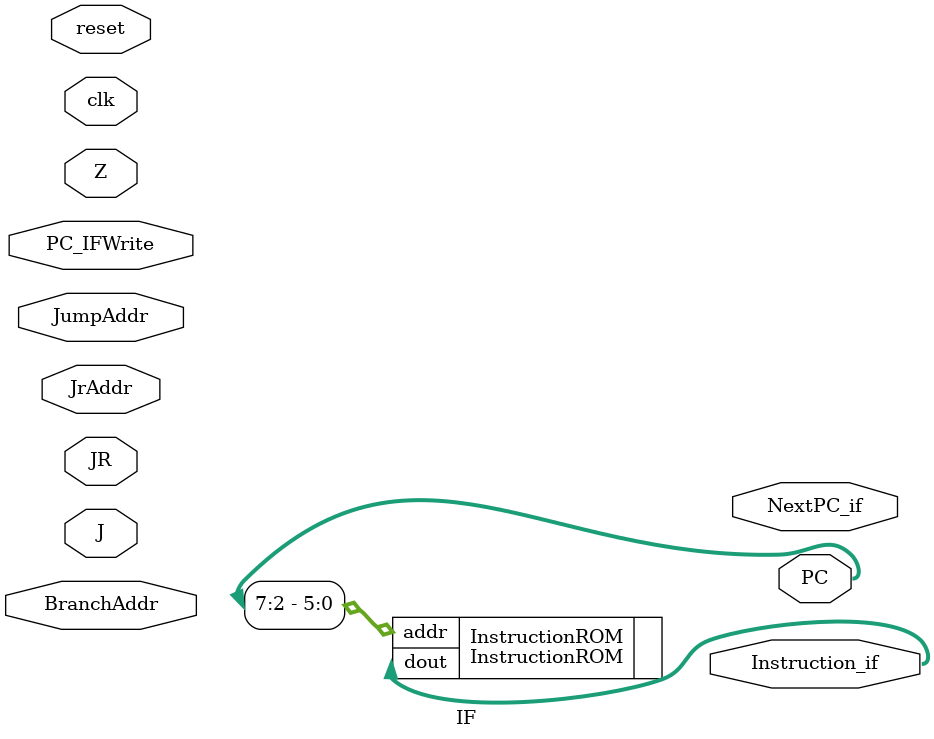
<source format=v>
  `timescale 1ns / 1ps
module IF(clk, reset, Z, J, JR, PC_IFWrite, JumpAddr, 
           JrAddr, BranchAddr, Instruction_if,PC, NextPC_if);
    input clk;
    input reset;
    input Z;
    input J;
    input JR;
    input PC_IFWrite;
    input [31:0] JumpAddr;
    input [31:0] JrAddr;
    input [31:0] BranchAddr;
    output [31:0] Instruction_if;
    output [31:0] PC,NextPC_if;
	
	

// MUX for PC
    reg[31:0] PC_in;
	
	wire [31:0] sum;
	adder_32bits adder_32bits(.a(PC_in), 
   								.b(4), 
   								.ci(0), 
   								.s(sum), 
   								.co());

	
    
	always@(*)
	begin 
      if(JR == 1)
			PC_in <= JrAddr;
		else if(J==1)
			PC_in <= JumpAddr;
			else if(Z == 1)
				PC_in = BranchAddr;
				else	PC_in = sum;
				
	end
//PC REG


     
//Adder for NextPC


  	
	  
//ROM
InstructionROM  InstructionROM(
	.addr(PC[7:2]),
	.dout(Instruction_if));
	
endmodule

</source>
